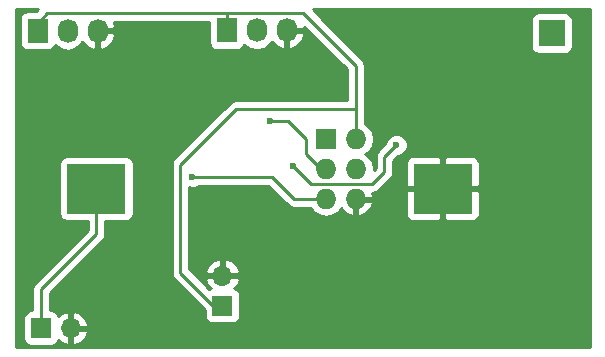
<source format=gbl>
G04 #@! TF.FileFunction,Copper,L2,Bot,Signal*
%FSLAX46Y46*%
G04 Gerber Fmt 4.6, Leading zero omitted, Abs format (unit mm)*
G04 Created by KiCad (PCBNEW 4.0.5-e0-6337~49~ubuntu16.04.1) date Tue Jan 17 08:20:09 2017*
%MOMM*%
%LPD*%
G01*
G04 APERTURE LIST*
%ADD10C,0.100000*%
%ADD11R,2.235200X2.235200*%
%ADD12R,1.727200X2.032000*%
%ADD13O,1.727200X2.032000*%
%ADD14R,1.727200X1.727200*%
%ADD15O,1.727200X1.727200*%
%ADD16R,1.700000X1.700000*%
%ADD17O,1.700000X1.700000*%
%ADD18R,5.000000X4.200000*%
%ADD19C,0.600000*%
%ADD20C,0.250000*%
%ADD21C,0.254000*%
G04 APERTURE END LIST*
D10*
D11*
X127698500Y-54660800D03*
D12*
X84162900Y-54444900D03*
D13*
X86702900Y-54444900D03*
X89242900Y-54444900D03*
D12*
X100190300Y-54432200D03*
D13*
X102730300Y-54432200D03*
X105270300Y-54432200D03*
D14*
X108585000Y-63627000D03*
D15*
X111125000Y-63627000D03*
X108585000Y-66167000D03*
X111125000Y-66167000D03*
X108585000Y-68707000D03*
X111125000Y-68707000D03*
D16*
X99822000Y-77724000D03*
D17*
X99822000Y-75184000D03*
D18*
X118454000Y-67818000D03*
X89154000Y-67818000D03*
D16*
X84455000Y-79629000D03*
D17*
X86995000Y-79629000D03*
D19*
X92710000Y-60071000D03*
X103886000Y-62103000D03*
X97282000Y-66802000D03*
X105791000Y-65913000D03*
X114554000Y-64135000D03*
D20*
X89242900Y-56603900D02*
X89242900Y-54444900D01*
X92710000Y-60071000D02*
X89242900Y-56603900D01*
X99822000Y-77724000D02*
X99060000Y-77724000D01*
X99060000Y-77724000D02*
X96266000Y-74930000D01*
X100965000Y-61087000D02*
X111125000Y-61087000D01*
X96266000Y-65786000D02*
X100965000Y-61087000D01*
X96266000Y-74930000D02*
X96266000Y-65786000D01*
X100190300Y-54432200D02*
X100190300Y-52959000D01*
X100190300Y-52959000D02*
X100203000Y-52959000D01*
X84162900Y-54444900D02*
X84162900Y-53759100D01*
X84162900Y-53759100D02*
X84963000Y-52959000D01*
X84963000Y-52959000D02*
X100203000Y-52959000D01*
X100203000Y-52959000D02*
X101473000Y-52959000D01*
X100190300Y-54432200D02*
X100190300Y-53479700D01*
X111125000Y-57404000D02*
X111125000Y-59690000D01*
X106680000Y-52959000D02*
X111125000Y-57404000D01*
X101473000Y-52959000D02*
X106680000Y-52959000D01*
X111125000Y-59690000D02*
X111125000Y-61087000D01*
X111125000Y-61087000D02*
X111125000Y-61671200D01*
X111125000Y-61671200D02*
X111125000Y-63627000D01*
X108585000Y-66167000D02*
X108204000Y-66167000D01*
X108204000Y-66167000D02*
X106934000Y-64897000D01*
X105410000Y-62103000D02*
X103886000Y-62103000D01*
X106934000Y-63627000D02*
X105410000Y-62103000D01*
X106934000Y-64897000D02*
X106934000Y-63627000D01*
X108585000Y-68707000D02*
X105918000Y-68707000D01*
X104013000Y-66802000D02*
X97282000Y-66802000D01*
X105918000Y-68707000D02*
X104013000Y-66802000D01*
X107315000Y-67437000D02*
X105791000Y-65913000D01*
X112522000Y-67437000D02*
X107315000Y-67437000D01*
X113538000Y-66421000D02*
X112522000Y-67437000D01*
X113538000Y-65151000D02*
X113538000Y-66421000D01*
X114554000Y-64135000D02*
X113538000Y-65151000D01*
X89154000Y-67818000D02*
X89154000Y-71628000D01*
X84455000Y-76327000D02*
X84455000Y-79629000D01*
X89154000Y-71628000D02*
X84455000Y-76327000D01*
X84455000Y-79629000D02*
X84455000Y-80264000D01*
D21*
G36*
X84065738Y-52781460D02*
X83299300Y-52781460D01*
X83063983Y-52825738D01*
X82847859Y-52964810D01*
X82702869Y-53177010D01*
X82651860Y-53428900D01*
X82651860Y-55460900D01*
X82696138Y-55696217D01*
X82835210Y-55912341D01*
X83047410Y-56057331D01*
X83299300Y-56108340D01*
X85026500Y-56108340D01*
X85261817Y-56064062D01*
X85477941Y-55924990D01*
X85622931Y-55712790D01*
X85631300Y-55671461D01*
X85643230Y-55689315D01*
X86129411Y-56014171D01*
X86702900Y-56128245D01*
X87276389Y-56014171D01*
X87762570Y-55689315D01*
X87969361Y-55379831D01*
X88340864Y-55795632D01*
X88868109Y-56049609D01*
X88883874Y-56052258D01*
X89115900Y-55931117D01*
X89115900Y-54571900D01*
X89369900Y-54571900D01*
X89369900Y-55931117D01*
X89601926Y-56052258D01*
X89617691Y-56049609D01*
X90144936Y-55795632D01*
X90534854Y-55359220D01*
X90728084Y-54806813D01*
X90583824Y-54571900D01*
X89369900Y-54571900D01*
X89115900Y-54571900D01*
X89095900Y-54571900D01*
X89095900Y-54317900D01*
X89115900Y-54317900D01*
X89115900Y-54297900D01*
X89369900Y-54297900D01*
X89369900Y-54317900D01*
X90583824Y-54317900D01*
X90728084Y-54082987D01*
X90600763Y-53719000D01*
X98679260Y-53719000D01*
X98679260Y-55448200D01*
X98723538Y-55683517D01*
X98862610Y-55899641D01*
X99074810Y-56044631D01*
X99326700Y-56095640D01*
X101053900Y-56095640D01*
X101289217Y-56051362D01*
X101505341Y-55912290D01*
X101650331Y-55700090D01*
X101658700Y-55658761D01*
X101670630Y-55676615D01*
X102156811Y-56001471D01*
X102730300Y-56115545D01*
X103303789Y-56001471D01*
X103789970Y-55676615D01*
X103996761Y-55367131D01*
X104368264Y-55782932D01*
X104895509Y-56036909D01*
X104911274Y-56039558D01*
X105143300Y-55918417D01*
X105143300Y-54559200D01*
X105397300Y-54559200D01*
X105397300Y-55918417D01*
X105629326Y-56039558D01*
X105645091Y-56036909D01*
X106172336Y-55782932D01*
X106562254Y-55346520D01*
X106755484Y-54794113D01*
X106611224Y-54559200D01*
X105397300Y-54559200D01*
X105143300Y-54559200D01*
X105123300Y-54559200D01*
X105123300Y-54305200D01*
X105143300Y-54305200D01*
X105143300Y-54285200D01*
X105397300Y-54285200D01*
X105397300Y-54305200D01*
X106611224Y-54305200D01*
X106740646Y-54094448D01*
X110365000Y-57718802D01*
X110365000Y-60327000D01*
X100965000Y-60327000D01*
X100674161Y-60384852D01*
X100427599Y-60549599D01*
X95728599Y-65248599D01*
X95563852Y-65495161D01*
X95506000Y-65786000D01*
X95506000Y-74930000D01*
X95563852Y-75220839D01*
X95728599Y-75467401D01*
X98324560Y-78063362D01*
X98324560Y-78574000D01*
X98368838Y-78809317D01*
X98507910Y-79025441D01*
X98720110Y-79170431D01*
X98972000Y-79221440D01*
X100672000Y-79221440D01*
X100907317Y-79177162D01*
X101123441Y-79038090D01*
X101268431Y-78825890D01*
X101319440Y-78574000D01*
X101319440Y-76874000D01*
X101275162Y-76638683D01*
X101136090Y-76422559D01*
X100923890Y-76277569D01*
X100815893Y-76255699D01*
X101093645Y-75950924D01*
X101263476Y-75540890D01*
X101142155Y-75311000D01*
X99949000Y-75311000D01*
X99949000Y-75331000D01*
X99695000Y-75331000D01*
X99695000Y-75311000D01*
X98501845Y-75311000D01*
X98380524Y-75540890D01*
X98550355Y-75950924D01*
X98826501Y-76253937D01*
X98736683Y-76270838D01*
X98703191Y-76292389D01*
X97237912Y-74827110D01*
X98380524Y-74827110D01*
X98501845Y-75057000D01*
X99695000Y-75057000D01*
X99695000Y-73863181D01*
X99949000Y-73863181D01*
X99949000Y-75057000D01*
X101142155Y-75057000D01*
X101263476Y-74827110D01*
X101093645Y-74417076D01*
X100703358Y-73988817D01*
X100178892Y-73742514D01*
X99949000Y-73863181D01*
X99695000Y-73863181D01*
X99465108Y-73742514D01*
X98940642Y-73988817D01*
X98550355Y-74417076D01*
X98380524Y-74827110D01*
X97237912Y-74827110D01*
X97026000Y-74615198D01*
X97026000Y-67708103D01*
X97095201Y-67736838D01*
X97467167Y-67737162D01*
X97810943Y-67595117D01*
X97844118Y-67562000D01*
X103698198Y-67562000D01*
X105380599Y-69244401D01*
X105627161Y-69409148D01*
X105918000Y-69467000D01*
X107295738Y-69467000D01*
X107495971Y-69766670D01*
X107982152Y-70091526D01*
X108555641Y-70205600D01*
X108614359Y-70205600D01*
X109187848Y-70091526D01*
X109674029Y-69766670D01*
X109854992Y-69495839D01*
X110236510Y-69913821D01*
X110765973Y-70161968D01*
X110998000Y-70041469D01*
X110998000Y-68834000D01*
X111252000Y-68834000D01*
X111252000Y-70041469D01*
X111484027Y-70161968D01*
X112013490Y-69913821D01*
X112407688Y-69481947D01*
X112579958Y-69066026D01*
X112458817Y-68834000D01*
X111252000Y-68834000D01*
X110998000Y-68834000D01*
X110978000Y-68834000D01*
X110978000Y-68580000D01*
X110998000Y-68580000D01*
X110998000Y-68560000D01*
X111252000Y-68560000D01*
X111252000Y-68580000D01*
X112458817Y-68580000D01*
X112579958Y-68347974D01*
X112517426Y-68197000D01*
X112522000Y-68197000D01*
X112812839Y-68139148D01*
X112865815Y-68103750D01*
X115319000Y-68103750D01*
X115319000Y-70044310D01*
X115415673Y-70277699D01*
X115594302Y-70456327D01*
X115827691Y-70553000D01*
X118168250Y-70553000D01*
X118327000Y-70394250D01*
X118327000Y-67945000D01*
X118581000Y-67945000D01*
X118581000Y-70394250D01*
X118739750Y-70553000D01*
X121080309Y-70553000D01*
X121313698Y-70456327D01*
X121492327Y-70277699D01*
X121589000Y-70044310D01*
X121589000Y-68103750D01*
X121430250Y-67945000D01*
X118581000Y-67945000D01*
X118327000Y-67945000D01*
X115477750Y-67945000D01*
X115319000Y-68103750D01*
X112865815Y-68103750D01*
X113059401Y-67974401D01*
X114075401Y-66958401D01*
X114240148Y-66711839D01*
X114298000Y-66421000D01*
X114298000Y-65591690D01*
X115319000Y-65591690D01*
X115319000Y-67532250D01*
X115477750Y-67691000D01*
X118327000Y-67691000D01*
X118327000Y-65241750D01*
X118581000Y-65241750D01*
X118581000Y-67691000D01*
X121430250Y-67691000D01*
X121589000Y-67532250D01*
X121589000Y-65591690D01*
X121492327Y-65358301D01*
X121313698Y-65179673D01*
X121080309Y-65083000D01*
X118739750Y-65083000D01*
X118581000Y-65241750D01*
X118327000Y-65241750D01*
X118168250Y-65083000D01*
X115827691Y-65083000D01*
X115594302Y-65179673D01*
X115415673Y-65358301D01*
X115319000Y-65591690D01*
X114298000Y-65591690D01*
X114298000Y-65465802D01*
X114693680Y-65070122D01*
X114739167Y-65070162D01*
X115082943Y-64928117D01*
X115346192Y-64665327D01*
X115488838Y-64321799D01*
X115489162Y-63949833D01*
X115347117Y-63606057D01*
X115084327Y-63342808D01*
X114740799Y-63200162D01*
X114368833Y-63199838D01*
X114025057Y-63341883D01*
X113761808Y-63604673D01*
X113619162Y-63948201D01*
X113619121Y-63995077D01*
X113000599Y-64613599D01*
X112835852Y-64860161D01*
X112778000Y-65151000D01*
X112778000Y-66106198D01*
X112637008Y-66247190D01*
X112652959Y-66167000D01*
X112538885Y-65593511D01*
X112214029Y-65107330D01*
X111899248Y-64897000D01*
X112214029Y-64686670D01*
X112538885Y-64200489D01*
X112652959Y-63627000D01*
X112538885Y-63053511D01*
X112214029Y-62567330D01*
X111885000Y-62347480D01*
X111885000Y-57404000D01*
X111827148Y-57113161D01*
X111827148Y-57113160D01*
X111662401Y-56866599D01*
X108339002Y-53543200D01*
X125933460Y-53543200D01*
X125933460Y-55778400D01*
X125977738Y-56013717D01*
X126116810Y-56229841D01*
X126329010Y-56374831D01*
X126580900Y-56425840D01*
X128816100Y-56425840D01*
X129051417Y-56381562D01*
X129267541Y-56242490D01*
X129412531Y-56030290D01*
X129463540Y-55778400D01*
X129463540Y-53543200D01*
X129419262Y-53307883D01*
X129280190Y-53091759D01*
X129067990Y-52946769D01*
X128816100Y-52895760D01*
X126580900Y-52895760D01*
X126345583Y-52940038D01*
X126129459Y-53079110D01*
X125984469Y-53291310D01*
X125933460Y-53543200D01*
X108339002Y-53543200D01*
X107443802Y-52648000D01*
X130913000Y-52648000D01*
X130913000Y-81228000D01*
X82333000Y-81228000D01*
X82333000Y-78779000D01*
X82957560Y-78779000D01*
X82957560Y-80479000D01*
X83001838Y-80714317D01*
X83140910Y-80930441D01*
X83353110Y-81075431D01*
X83605000Y-81126440D01*
X85305000Y-81126440D01*
X85540317Y-81082162D01*
X85756441Y-80943090D01*
X85901431Y-80730890D01*
X85923301Y-80622893D01*
X86228076Y-80900645D01*
X86638110Y-81070476D01*
X86868000Y-80949155D01*
X86868000Y-79756000D01*
X87122000Y-79756000D01*
X87122000Y-80949155D01*
X87351890Y-81070476D01*
X87761924Y-80900645D01*
X88190183Y-80510358D01*
X88436486Y-79985892D01*
X88315819Y-79756000D01*
X87122000Y-79756000D01*
X86868000Y-79756000D01*
X86848000Y-79756000D01*
X86848000Y-79502000D01*
X86868000Y-79502000D01*
X86868000Y-78308845D01*
X87122000Y-78308845D01*
X87122000Y-79502000D01*
X88315819Y-79502000D01*
X88436486Y-79272108D01*
X88190183Y-78747642D01*
X87761924Y-78357355D01*
X87351890Y-78187524D01*
X87122000Y-78308845D01*
X86868000Y-78308845D01*
X86638110Y-78187524D01*
X86228076Y-78357355D01*
X85925063Y-78633501D01*
X85908162Y-78543683D01*
X85769090Y-78327559D01*
X85556890Y-78182569D01*
X85305000Y-78131560D01*
X85215000Y-78131560D01*
X85215000Y-76641802D01*
X89691401Y-72165401D01*
X89856148Y-71918839D01*
X89914000Y-71628000D01*
X89914000Y-70565440D01*
X91654000Y-70565440D01*
X91889317Y-70521162D01*
X92105441Y-70382090D01*
X92250431Y-70169890D01*
X92301440Y-69918000D01*
X92301440Y-65718000D01*
X92257162Y-65482683D01*
X92118090Y-65266559D01*
X91905890Y-65121569D01*
X91654000Y-65070560D01*
X86654000Y-65070560D01*
X86418683Y-65114838D01*
X86202559Y-65253910D01*
X86057569Y-65466110D01*
X86006560Y-65718000D01*
X86006560Y-69918000D01*
X86050838Y-70153317D01*
X86189910Y-70369441D01*
X86402110Y-70514431D01*
X86654000Y-70565440D01*
X88394000Y-70565440D01*
X88394000Y-71313198D01*
X83917599Y-75789599D01*
X83752852Y-76036161D01*
X83695000Y-76327000D01*
X83695000Y-78131560D01*
X83605000Y-78131560D01*
X83369683Y-78175838D01*
X83153559Y-78314910D01*
X83008569Y-78527110D01*
X82957560Y-78779000D01*
X82333000Y-78779000D01*
X82333000Y-52648000D01*
X84199198Y-52648000D01*
X84065738Y-52781460D01*
X84065738Y-52781460D01*
G37*
X84065738Y-52781460D02*
X83299300Y-52781460D01*
X83063983Y-52825738D01*
X82847859Y-52964810D01*
X82702869Y-53177010D01*
X82651860Y-53428900D01*
X82651860Y-55460900D01*
X82696138Y-55696217D01*
X82835210Y-55912341D01*
X83047410Y-56057331D01*
X83299300Y-56108340D01*
X85026500Y-56108340D01*
X85261817Y-56064062D01*
X85477941Y-55924990D01*
X85622931Y-55712790D01*
X85631300Y-55671461D01*
X85643230Y-55689315D01*
X86129411Y-56014171D01*
X86702900Y-56128245D01*
X87276389Y-56014171D01*
X87762570Y-55689315D01*
X87969361Y-55379831D01*
X88340864Y-55795632D01*
X88868109Y-56049609D01*
X88883874Y-56052258D01*
X89115900Y-55931117D01*
X89115900Y-54571900D01*
X89369900Y-54571900D01*
X89369900Y-55931117D01*
X89601926Y-56052258D01*
X89617691Y-56049609D01*
X90144936Y-55795632D01*
X90534854Y-55359220D01*
X90728084Y-54806813D01*
X90583824Y-54571900D01*
X89369900Y-54571900D01*
X89115900Y-54571900D01*
X89095900Y-54571900D01*
X89095900Y-54317900D01*
X89115900Y-54317900D01*
X89115900Y-54297900D01*
X89369900Y-54297900D01*
X89369900Y-54317900D01*
X90583824Y-54317900D01*
X90728084Y-54082987D01*
X90600763Y-53719000D01*
X98679260Y-53719000D01*
X98679260Y-55448200D01*
X98723538Y-55683517D01*
X98862610Y-55899641D01*
X99074810Y-56044631D01*
X99326700Y-56095640D01*
X101053900Y-56095640D01*
X101289217Y-56051362D01*
X101505341Y-55912290D01*
X101650331Y-55700090D01*
X101658700Y-55658761D01*
X101670630Y-55676615D01*
X102156811Y-56001471D01*
X102730300Y-56115545D01*
X103303789Y-56001471D01*
X103789970Y-55676615D01*
X103996761Y-55367131D01*
X104368264Y-55782932D01*
X104895509Y-56036909D01*
X104911274Y-56039558D01*
X105143300Y-55918417D01*
X105143300Y-54559200D01*
X105397300Y-54559200D01*
X105397300Y-55918417D01*
X105629326Y-56039558D01*
X105645091Y-56036909D01*
X106172336Y-55782932D01*
X106562254Y-55346520D01*
X106755484Y-54794113D01*
X106611224Y-54559200D01*
X105397300Y-54559200D01*
X105143300Y-54559200D01*
X105123300Y-54559200D01*
X105123300Y-54305200D01*
X105143300Y-54305200D01*
X105143300Y-54285200D01*
X105397300Y-54285200D01*
X105397300Y-54305200D01*
X106611224Y-54305200D01*
X106740646Y-54094448D01*
X110365000Y-57718802D01*
X110365000Y-60327000D01*
X100965000Y-60327000D01*
X100674161Y-60384852D01*
X100427599Y-60549599D01*
X95728599Y-65248599D01*
X95563852Y-65495161D01*
X95506000Y-65786000D01*
X95506000Y-74930000D01*
X95563852Y-75220839D01*
X95728599Y-75467401D01*
X98324560Y-78063362D01*
X98324560Y-78574000D01*
X98368838Y-78809317D01*
X98507910Y-79025441D01*
X98720110Y-79170431D01*
X98972000Y-79221440D01*
X100672000Y-79221440D01*
X100907317Y-79177162D01*
X101123441Y-79038090D01*
X101268431Y-78825890D01*
X101319440Y-78574000D01*
X101319440Y-76874000D01*
X101275162Y-76638683D01*
X101136090Y-76422559D01*
X100923890Y-76277569D01*
X100815893Y-76255699D01*
X101093645Y-75950924D01*
X101263476Y-75540890D01*
X101142155Y-75311000D01*
X99949000Y-75311000D01*
X99949000Y-75331000D01*
X99695000Y-75331000D01*
X99695000Y-75311000D01*
X98501845Y-75311000D01*
X98380524Y-75540890D01*
X98550355Y-75950924D01*
X98826501Y-76253937D01*
X98736683Y-76270838D01*
X98703191Y-76292389D01*
X97237912Y-74827110D01*
X98380524Y-74827110D01*
X98501845Y-75057000D01*
X99695000Y-75057000D01*
X99695000Y-73863181D01*
X99949000Y-73863181D01*
X99949000Y-75057000D01*
X101142155Y-75057000D01*
X101263476Y-74827110D01*
X101093645Y-74417076D01*
X100703358Y-73988817D01*
X100178892Y-73742514D01*
X99949000Y-73863181D01*
X99695000Y-73863181D01*
X99465108Y-73742514D01*
X98940642Y-73988817D01*
X98550355Y-74417076D01*
X98380524Y-74827110D01*
X97237912Y-74827110D01*
X97026000Y-74615198D01*
X97026000Y-67708103D01*
X97095201Y-67736838D01*
X97467167Y-67737162D01*
X97810943Y-67595117D01*
X97844118Y-67562000D01*
X103698198Y-67562000D01*
X105380599Y-69244401D01*
X105627161Y-69409148D01*
X105918000Y-69467000D01*
X107295738Y-69467000D01*
X107495971Y-69766670D01*
X107982152Y-70091526D01*
X108555641Y-70205600D01*
X108614359Y-70205600D01*
X109187848Y-70091526D01*
X109674029Y-69766670D01*
X109854992Y-69495839D01*
X110236510Y-69913821D01*
X110765973Y-70161968D01*
X110998000Y-70041469D01*
X110998000Y-68834000D01*
X111252000Y-68834000D01*
X111252000Y-70041469D01*
X111484027Y-70161968D01*
X112013490Y-69913821D01*
X112407688Y-69481947D01*
X112579958Y-69066026D01*
X112458817Y-68834000D01*
X111252000Y-68834000D01*
X110998000Y-68834000D01*
X110978000Y-68834000D01*
X110978000Y-68580000D01*
X110998000Y-68580000D01*
X110998000Y-68560000D01*
X111252000Y-68560000D01*
X111252000Y-68580000D01*
X112458817Y-68580000D01*
X112579958Y-68347974D01*
X112517426Y-68197000D01*
X112522000Y-68197000D01*
X112812839Y-68139148D01*
X112865815Y-68103750D01*
X115319000Y-68103750D01*
X115319000Y-70044310D01*
X115415673Y-70277699D01*
X115594302Y-70456327D01*
X115827691Y-70553000D01*
X118168250Y-70553000D01*
X118327000Y-70394250D01*
X118327000Y-67945000D01*
X118581000Y-67945000D01*
X118581000Y-70394250D01*
X118739750Y-70553000D01*
X121080309Y-70553000D01*
X121313698Y-70456327D01*
X121492327Y-70277699D01*
X121589000Y-70044310D01*
X121589000Y-68103750D01*
X121430250Y-67945000D01*
X118581000Y-67945000D01*
X118327000Y-67945000D01*
X115477750Y-67945000D01*
X115319000Y-68103750D01*
X112865815Y-68103750D01*
X113059401Y-67974401D01*
X114075401Y-66958401D01*
X114240148Y-66711839D01*
X114298000Y-66421000D01*
X114298000Y-65591690D01*
X115319000Y-65591690D01*
X115319000Y-67532250D01*
X115477750Y-67691000D01*
X118327000Y-67691000D01*
X118327000Y-65241750D01*
X118581000Y-65241750D01*
X118581000Y-67691000D01*
X121430250Y-67691000D01*
X121589000Y-67532250D01*
X121589000Y-65591690D01*
X121492327Y-65358301D01*
X121313698Y-65179673D01*
X121080309Y-65083000D01*
X118739750Y-65083000D01*
X118581000Y-65241750D01*
X118327000Y-65241750D01*
X118168250Y-65083000D01*
X115827691Y-65083000D01*
X115594302Y-65179673D01*
X115415673Y-65358301D01*
X115319000Y-65591690D01*
X114298000Y-65591690D01*
X114298000Y-65465802D01*
X114693680Y-65070122D01*
X114739167Y-65070162D01*
X115082943Y-64928117D01*
X115346192Y-64665327D01*
X115488838Y-64321799D01*
X115489162Y-63949833D01*
X115347117Y-63606057D01*
X115084327Y-63342808D01*
X114740799Y-63200162D01*
X114368833Y-63199838D01*
X114025057Y-63341883D01*
X113761808Y-63604673D01*
X113619162Y-63948201D01*
X113619121Y-63995077D01*
X113000599Y-64613599D01*
X112835852Y-64860161D01*
X112778000Y-65151000D01*
X112778000Y-66106198D01*
X112637008Y-66247190D01*
X112652959Y-66167000D01*
X112538885Y-65593511D01*
X112214029Y-65107330D01*
X111899248Y-64897000D01*
X112214029Y-64686670D01*
X112538885Y-64200489D01*
X112652959Y-63627000D01*
X112538885Y-63053511D01*
X112214029Y-62567330D01*
X111885000Y-62347480D01*
X111885000Y-57404000D01*
X111827148Y-57113161D01*
X111827148Y-57113160D01*
X111662401Y-56866599D01*
X108339002Y-53543200D01*
X125933460Y-53543200D01*
X125933460Y-55778400D01*
X125977738Y-56013717D01*
X126116810Y-56229841D01*
X126329010Y-56374831D01*
X126580900Y-56425840D01*
X128816100Y-56425840D01*
X129051417Y-56381562D01*
X129267541Y-56242490D01*
X129412531Y-56030290D01*
X129463540Y-55778400D01*
X129463540Y-53543200D01*
X129419262Y-53307883D01*
X129280190Y-53091759D01*
X129067990Y-52946769D01*
X128816100Y-52895760D01*
X126580900Y-52895760D01*
X126345583Y-52940038D01*
X126129459Y-53079110D01*
X125984469Y-53291310D01*
X125933460Y-53543200D01*
X108339002Y-53543200D01*
X107443802Y-52648000D01*
X130913000Y-52648000D01*
X130913000Y-81228000D01*
X82333000Y-81228000D01*
X82333000Y-78779000D01*
X82957560Y-78779000D01*
X82957560Y-80479000D01*
X83001838Y-80714317D01*
X83140910Y-80930441D01*
X83353110Y-81075431D01*
X83605000Y-81126440D01*
X85305000Y-81126440D01*
X85540317Y-81082162D01*
X85756441Y-80943090D01*
X85901431Y-80730890D01*
X85923301Y-80622893D01*
X86228076Y-80900645D01*
X86638110Y-81070476D01*
X86868000Y-80949155D01*
X86868000Y-79756000D01*
X87122000Y-79756000D01*
X87122000Y-80949155D01*
X87351890Y-81070476D01*
X87761924Y-80900645D01*
X88190183Y-80510358D01*
X88436486Y-79985892D01*
X88315819Y-79756000D01*
X87122000Y-79756000D01*
X86868000Y-79756000D01*
X86848000Y-79756000D01*
X86848000Y-79502000D01*
X86868000Y-79502000D01*
X86868000Y-78308845D01*
X87122000Y-78308845D01*
X87122000Y-79502000D01*
X88315819Y-79502000D01*
X88436486Y-79272108D01*
X88190183Y-78747642D01*
X87761924Y-78357355D01*
X87351890Y-78187524D01*
X87122000Y-78308845D01*
X86868000Y-78308845D01*
X86638110Y-78187524D01*
X86228076Y-78357355D01*
X85925063Y-78633501D01*
X85908162Y-78543683D01*
X85769090Y-78327559D01*
X85556890Y-78182569D01*
X85305000Y-78131560D01*
X85215000Y-78131560D01*
X85215000Y-76641802D01*
X89691401Y-72165401D01*
X89856148Y-71918839D01*
X89914000Y-71628000D01*
X89914000Y-70565440D01*
X91654000Y-70565440D01*
X91889317Y-70521162D01*
X92105441Y-70382090D01*
X92250431Y-70169890D01*
X92301440Y-69918000D01*
X92301440Y-65718000D01*
X92257162Y-65482683D01*
X92118090Y-65266559D01*
X91905890Y-65121569D01*
X91654000Y-65070560D01*
X86654000Y-65070560D01*
X86418683Y-65114838D01*
X86202559Y-65253910D01*
X86057569Y-65466110D01*
X86006560Y-65718000D01*
X86006560Y-69918000D01*
X86050838Y-70153317D01*
X86189910Y-70369441D01*
X86402110Y-70514431D01*
X86654000Y-70565440D01*
X88394000Y-70565440D01*
X88394000Y-71313198D01*
X83917599Y-75789599D01*
X83752852Y-76036161D01*
X83695000Y-76327000D01*
X83695000Y-78131560D01*
X83605000Y-78131560D01*
X83369683Y-78175838D01*
X83153559Y-78314910D01*
X83008569Y-78527110D01*
X82957560Y-78779000D01*
X82333000Y-78779000D01*
X82333000Y-52648000D01*
X84199198Y-52648000D01*
X84065738Y-52781460D01*
M02*

</source>
